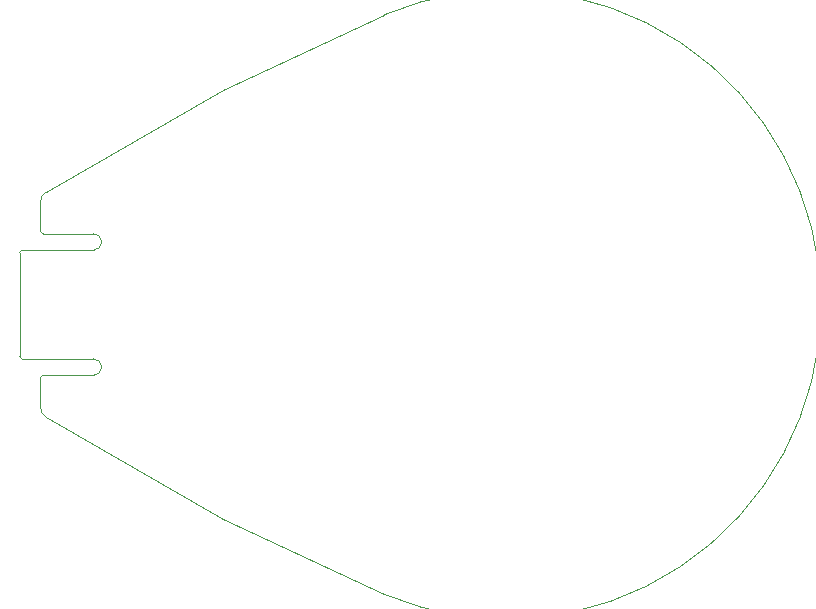
<source format=gm1>
G04 #@! TF.GenerationSoftware,KiCad,Pcbnew,8.0.1*
G04 #@! TF.CreationDate,2024-04-18T14:37:47+01:00*
G04 #@! TF.ProjectId,makerspace-badge,6d616b65-7273-4706-9163-652d62616467,rev?*
G04 #@! TF.SameCoordinates,Original*
G04 #@! TF.FileFunction,Profile,NP*
%FSLAX46Y46*%
G04 Gerber Fmt 4.6, Leading zero omitted, Abs format (unit mm)*
G04 Created by KiCad (PCBNEW 8.0.1) date 2024-04-18 14:37:47*
%MOMM*%
%LPD*%
G01*
G04 APERTURE LIST*
G04 #@! TA.AperFunction,Profile*
%ADD10C,0.050000*%
G04 #@! TD*
G04 #@! TA.AperFunction,Profile*
%ADD11C,0.100000*%
G04 #@! TD*
G04 APERTURE END LIST*
D10*
X100500000Y-90473725D02*
X115499995Y-81813472D01*
D11*
X100250000Y-94000000D02*
G75*
G02*
X100000000Y-93750000I0J250000D01*
G01*
D10*
X100500000Y-109526269D02*
X115499995Y-118186522D01*
X115499995Y-118186522D02*
X129094612Y-124525796D01*
X100000000Y-93750000D02*
X100000000Y-91339750D01*
X100000000Y-91339750D02*
G75*
G02*
X100500021Y-90473762I1000000J-50D01*
G01*
X100000000Y-106250000D02*
X100000000Y-108660243D01*
X129094612Y-75474198D02*
G75*
G02*
X129094610Y-124525801I10374628J-24525802D01*
G01*
D11*
X100000000Y-106250000D02*
G75*
G02*
X100250000Y-106000000I250000J0D01*
G01*
D10*
X100500000Y-109526268D02*
G75*
G02*
X99999963Y-108660243I500000J866068D01*
G01*
X115499995Y-81813472D02*
X129094612Y-75474198D01*
X98250000Y-104400000D02*
X98250000Y-95600000D01*
X104500000Y-94000000D02*
X100250000Y-94000000D01*
X104500000Y-95400000D02*
X98450000Y-95400000D01*
X104500000Y-104600000D02*
X98450000Y-104600000D01*
X104500000Y-106000000D02*
X100250000Y-106000000D01*
X98250000Y-95600000D02*
G75*
G02*
X98450000Y-95400000I200000J0D01*
G01*
X98450000Y-104600000D02*
G75*
G02*
X98250000Y-104400000I0J200000D01*
G01*
X104500000Y-94000000D02*
G75*
G02*
X105200000Y-94700000I0J-700000D01*
G01*
X104500000Y-104600000D02*
G75*
G02*
X105200000Y-105300000I0J-700000D01*
G01*
X105200000Y-94700000D02*
G75*
G02*
X104500000Y-95400000I-700000J0D01*
G01*
X105200000Y-105300000D02*
G75*
G02*
X104500000Y-106000000I-700000J0D01*
G01*
M02*

</source>
